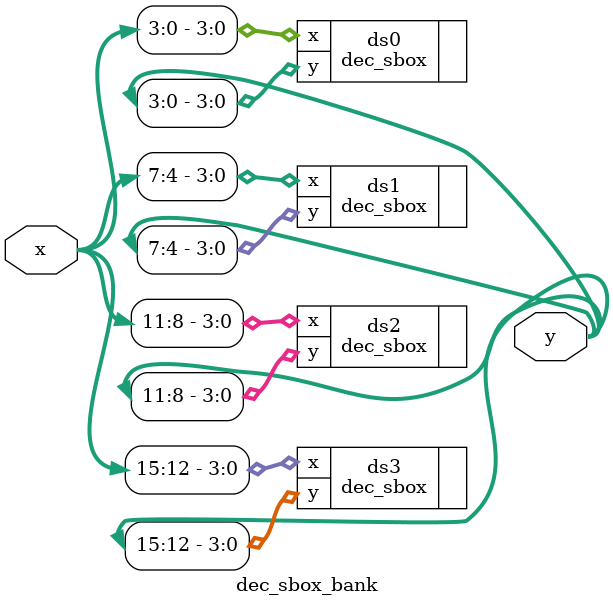
<source format=v>
`timescale 1ns/1ps


module dec_sbox_bank(
    input [15:0] x,
    output [15:0] y
);

dec_sbox ds3(.x(x[15:12]), .y(y[15:12]));
dec_sbox ds2(.x(x[11:8]), .y(y[11:8]));
dec_sbox ds1(.x(x[7:4]), .y(y[7:4]));
dec_sbox ds0(.x(x[3:0]), .y(y[3:0]));

endmodule

</source>
